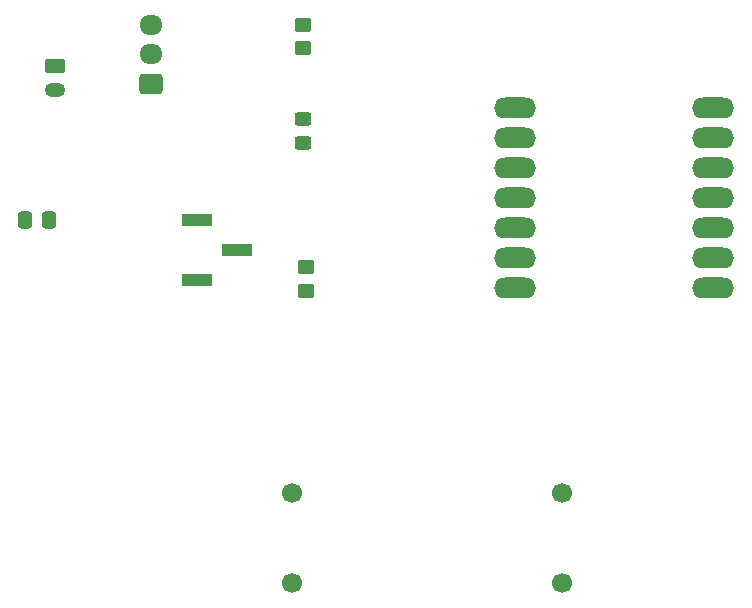
<source format=gbr>
%TF.GenerationSoftware,KiCad,Pcbnew,8.0.8*%
%TF.CreationDate,2025-02-21T00:42:49-08:00*%
%TF.ProjectId,jazmyn_hwsw,6a617a6d-796e-45f6-9877-73772e6b6963,rev?*%
%TF.SameCoordinates,Original*%
%TF.FileFunction,Soldermask,Top*%
%TF.FilePolarity,Negative*%
%FSLAX46Y46*%
G04 Gerber Fmt 4.6, Leading zero omitted, Abs format (unit mm)*
G04 Created by KiCad (PCBNEW 8.0.8) date 2025-02-21 00:42:49*
%MOMM*%
%LPD*%
G01*
G04 APERTURE LIST*
G04 Aperture macros list*
%AMRoundRect*
0 Rectangle with rounded corners*
0 $1 Rounding radius*
0 $2 $3 $4 $5 $6 $7 $8 $9 X,Y pos of 4 corners*
0 Add a 4 corners polygon primitive as box body*
4,1,4,$2,$3,$4,$5,$6,$7,$8,$9,$2,$3,0*
0 Add four circle primitives for the rounded corners*
1,1,$1+$1,$2,$3*
1,1,$1+$1,$4,$5*
1,1,$1+$1,$6,$7*
1,1,$1+$1,$8,$9*
0 Add four rect primitives between the rounded corners*
20,1,$1+$1,$2,$3,$4,$5,0*
20,1,$1+$1,$4,$5,$6,$7,0*
20,1,$1+$1,$6,$7,$8,$9,0*
20,1,$1+$1,$8,$9,$2,$3,0*%
G04 Aperture macros list end*
%ADD10RoundRect,0.250000X0.450000X-0.325000X0.450000X0.325000X-0.450000X0.325000X-0.450000X-0.325000X0*%
%ADD11RoundRect,0.250000X-0.337500X-0.475000X0.337500X-0.475000X0.337500X0.475000X-0.337500X0.475000X0*%
%ADD12RoundRect,0.250000X-0.450000X0.350000X-0.450000X-0.350000X0.450000X-0.350000X0.450000X0.350000X0*%
%ADD13RoundRect,0.250000X0.725000X-0.600000X0.725000X0.600000X-0.725000X0.600000X-0.725000X-0.600000X0*%
%ADD14O,1.950000X1.700000*%
%ADD15R,2.510000X1.000000*%
%ADD16RoundRect,0.250000X-0.625000X0.350000X-0.625000X-0.350000X0.625000X-0.350000X0.625000X0.350000X0*%
%ADD17O,1.750000X1.200000*%
%ADD18O,3.556000X1.778000*%
%ADD19C,1.700000*%
G04 APERTURE END LIST*
D10*
%TO.C,D1*%
X120500000Y-74025000D03*
X120500000Y-71975000D03*
%TD*%
D11*
%TO.C,C1*%
X96962500Y-80500000D03*
X99037500Y-80500000D03*
%TD*%
D12*
%TO.C,R1*%
X120500000Y-64000000D03*
X120500000Y-66000000D03*
%TD*%
D13*
%TO.C,SW1*%
X107650000Y-69000000D03*
D14*
X107650000Y-66500000D03*
X107650000Y-64000000D03*
%TD*%
D15*
%TO.C,J1*%
X111575000Y-85590000D03*
X114885000Y-83050000D03*
X111575000Y-80510000D03*
%TD*%
D16*
%TO.C,BT1*%
X99500000Y-67500000D03*
D17*
X99500000Y-69500000D03*
%TD*%
D12*
%TO.C,R2*%
X120730000Y-84550000D03*
X120730000Y-86550000D03*
%TD*%
D18*
%TO.C,U1*%
X155262000Y-71050000D03*
X155262000Y-73590000D03*
X155262000Y-76130000D03*
X155262000Y-78670000D03*
X155262000Y-81210000D03*
X155262000Y-83750000D03*
X155262000Y-86290000D03*
X138498000Y-71050000D03*
X138498000Y-73590000D03*
X138498000Y-76130000D03*
X138498000Y-78670000D03*
X138498000Y-81210000D03*
X138498000Y-83750000D03*
X138498000Y-86290000D03*
%TD*%
D19*
%TO.C,M1*%
X119570000Y-103690000D03*
X119570000Y-111310000D03*
X142430000Y-111310000D03*
X142430000Y-103690000D03*
%TD*%
M02*

</source>
